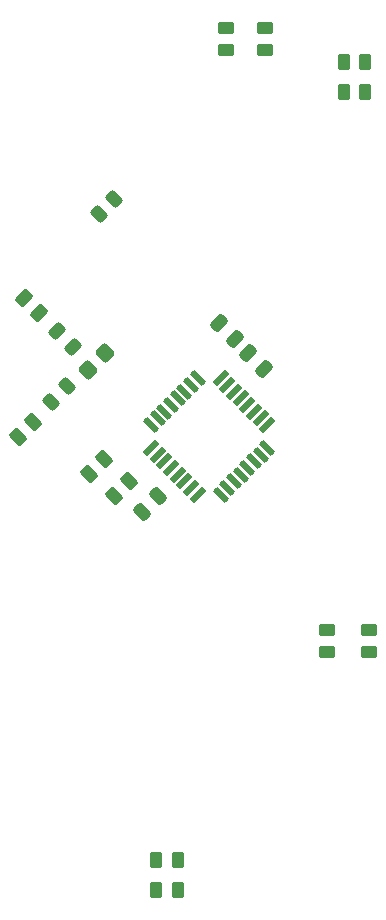
<source format=gtp>
G04 #@! TF.GenerationSoftware,KiCad,Pcbnew,8.0.1*
G04 #@! TF.CreationDate,2024-06-04T09:08:57+02:00*
G04 #@! TF.ProjectId,minisumo_pcb,6d696e69-7375-46d6-9f5f-7063622e6b69,rev?*
G04 #@! TF.SameCoordinates,Original*
G04 #@! TF.FileFunction,Paste,Top*
G04 #@! TF.FilePolarity,Positive*
%FSLAX46Y46*%
G04 Gerber Fmt 4.6, Leading zero omitted, Abs format (unit mm)*
G04 Created by KiCad (PCBNEW 8.0.1) date 2024-06-04 09:08:57*
%MOMM*%
%LPD*%
G01*
G04 APERTURE LIST*
G04 Aperture macros list*
%AMRoundRect*
0 Rectangle with rounded corners*
0 $1 Rounding radius*
0 $2 $3 $4 $5 $6 $7 $8 $9 X,Y pos of 4 corners*
0 Add a 4 corners polygon primitive as box body*
4,1,4,$2,$3,$4,$5,$6,$7,$8,$9,$2,$3,0*
0 Add four circle primitives for the rounded corners*
1,1,$1+$1,$2,$3*
1,1,$1+$1,$4,$5*
1,1,$1+$1,$6,$7*
1,1,$1+$1,$8,$9*
0 Add four rect primitives between the rounded corners*
20,1,$1+$1,$2,$3,$4,$5,0*
20,1,$1+$1,$4,$5,$6,$7,0*
20,1,$1+$1,$6,$7,$8,$9,0*
20,1,$1+$1,$8,$9,$2,$3,0*%
G04 Aperture macros list end*
%ADD10RoundRect,0.243750X-0.150260X0.494975X-0.494975X0.150260X0.150260X-0.494975X0.494975X-0.150260X0*%
%ADD11RoundRect,0.250000X-0.450000X0.262500X-0.450000X-0.262500X0.450000X-0.262500X0.450000X0.262500X0*%
%ADD12RoundRect,0.250000X0.450000X-0.262500X0.450000X0.262500X-0.450000X0.262500X-0.450000X-0.262500X0*%
%ADD13RoundRect,0.250000X0.262500X0.450000X-0.262500X0.450000X-0.262500X-0.450000X0.262500X-0.450000X0*%
%ADD14RoundRect,0.250000X0.132583X-0.503814X0.503814X-0.132583X-0.132583X0.503814X-0.503814X0.132583X0*%
%ADD15RoundRect,0.038500X0.325269X0.659731X-0.659731X-0.325269X-0.325269X-0.659731X0.659731X0.325269X0*%
%ADD16RoundRect,0.099000X-0.325269X0.574171X-0.574171X0.325269X0.325269X-0.574171X0.574171X-0.325269X0*%
%ADD17RoundRect,0.243750X0.494975X0.150260X0.150260X0.494975X-0.494975X-0.150260X-0.150260X-0.494975X0*%
%ADD18RoundRect,0.250000X0.070711X-0.565685X0.565685X-0.070711X-0.070711X0.565685X-0.565685X0.070711X0*%
%ADD19RoundRect,0.250000X-0.159099X0.512652X-0.512652X0.159099X0.159099X-0.512652X0.512652X-0.159099X0*%
%ADD20RoundRect,0.250000X-0.132583X0.503814X-0.503814X0.132583X0.132583X-0.503814X0.503814X-0.132583X0*%
%ADD21RoundRect,0.250000X-0.262500X-0.450000X0.262500X-0.450000X0.262500X0.450000X-0.262500X0.450000X0*%
%ADD22RoundRect,0.243750X0.150260X-0.494975X0.494975X-0.150260X-0.150260X0.494975X-0.494975X0.150260X0*%
%ADD23RoundRect,0.250000X-0.503814X-0.132583X-0.132583X-0.503814X0.503814X0.132583X0.132583X0.503814X0*%
%ADD24RoundRect,0.250000X0.512652X0.159099X0.159099X0.512652X-0.512652X-0.159099X-0.159099X-0.512652X0*%
%ADD25RoundRect,0.250000X-0.512652X-0.159099X-0.159099X-0.512652X0.512652X0.159099X0.159099X0.512652X0*%
G04 APERTURE END LIST*
D10*
X116247535Y-100530303D03*
X114921709Y-101856129D03*
D11*
X133002178Y-70217177D03*
X133002178Y-72042177D03*
D12*
X141815001Y-122982500D03*
X141815001Y-121157500D03*
D13*
X141482498Y-73025000D03*
X139657498Y-73025000D03*
D14*
X112102300Y-104838451D03*
X113392770Y-103547981D03*
D11*
X138285000Y-121157500D03*
X138285000Y-122982500D03*
D15*
X133198534Y-103806264D03*
X132632849Y-103240578D03*
X132067163Y-102674893D03*
X131501478Y-102109207D03*
X130935793Y-101543522D03*
X130370107Y-100977837D03*
X129804422Y-100412151D03*
X129238736Y-99846466D03*
D16*
X127301264Y-99846466D03*
X126735578Y-100412151D03*
X126169893Y-100977837D03*
X125604207Y-101543522D03*
X125038522Y-102109207D03*
X124472837Y-102674893D03*
X123907151Y-103240578D03*
X123341466Y-103806264D03*
D15*
X123341466Y-105743736D03*
X123907151Y-106309422D03*
X124472837Y-106875107D03*
X125038522Y-107440793D03*
X125604207Y-108006478D03*
X126169893Y-108572163D03*
X126735578Y-109137849D03*
X127301264Y-109703534D03*
D16*
X129238736Y-109703534D03*
X129804422Y-109137849D03*
X130370107Y-108572163D03*
X130935793Y-108006478D03*
X131501478Y-107440793D03*
X132067163Y-106875107D03*
X132632849Y-106309422D03*
X133198534Y-105743736D03*
D11*
X129742582Y-70197823D03*
X129742582Y-72022823D03*
D17*
X116747535Y-97193216D03*
X115421709Y-95867390D03*
D18*
X118037893Y-99132107D03*
X119452107Y-97717893D03*
D19*
X123941750Y-109803250D03*
X122598248Y-111146752D03*
D20*
X121525045Y-108533398D03*
X120234575Y-109823868D03*
D21*
X139656195Y-75565000D03*
X141481195Y-75565000D03*
D22*
X118937087Y-85962913D03*
X120262913Y-84637087D03*
D21*
X123795035Y-143153216D03*
X125620035Y-143153216D03*
D14*
X118099765Y-107960235D03*
X119390235Y-106669765D03*
D23*
X112602300Y-93047981D03*
X113892770Y-94338451D03*
D24*
X130441751Y-96546751D03*
X129098249Y-95203249D03*
D13*
X125620035Y-140653216D03*
X123795035Y-140653216D03*
D25*
X131598249Y-97703249D03*
X132941751Y-99046751D03*
M02*

</source>
